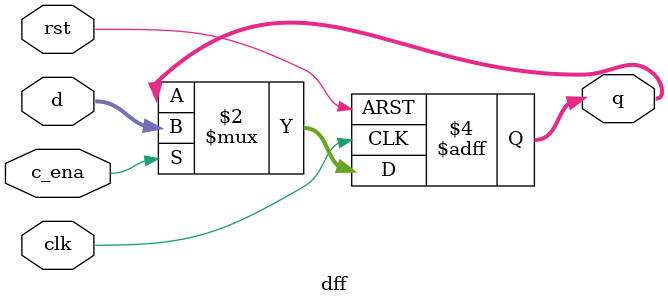
<source format=v>


module dff #(
    parameter WIDTH=32
) (
    input  wire clk,
    input  wire c_ena,
    input  wire rst,
    input  wire [WIDTH-1:0] d,
    output reg [WIDTH-1:0] q
);

always @(posedge clk, posedge rst) begin
    if (rst) q <= 0;
    else begin
        if (c_ena) q <= d;
    end
end

endmodule

</source>
